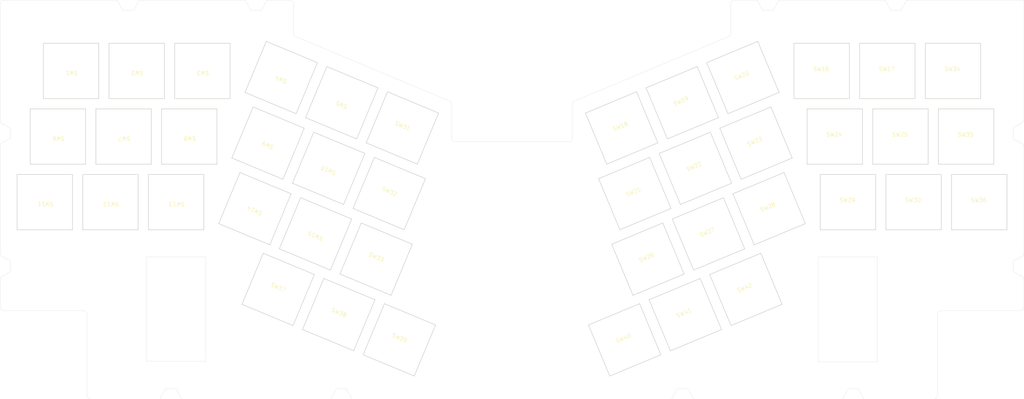
<source format=kicad_pcb>
(kicad_pcb (version 20241229) (generator "pcbnew") (generator_version "9.0")
  (layers (0 "F.Cu" signal) (2 "B.Cu" signal) (13 "F.Paste" user) (15 "B.Paste" user) (5 "F.SilkS" user "F.Silkscreen") (7 "B.SilkS" user "B.Silkscreen") (1 "F.Mask" user) (3 "B.Mask" user) (25 "Edge.Cuts" user))
  (net 0 "")
  (footprint "kicad-lib:SW_Hole_1u_16.6" (layer "F.Cu") (at 245.72 40.94)
    (property "Reference" "SW17" (at -0.15 -0.5 0) (layer "F.SilkS") (effects (font (thickness 0.1))))
    (property "Value" "SW_Push")
    (fp_line (start -7 -7) (end 7 -7) (stroke (width 0.15)) (layer "Edge.Cuts"))
    (fp_line (start -7 7) (end -7 -7) (stroke (width 0.15)) (layer "Edge.Cuts"))
    (fp_line (start 7 -7) (end 7 7) (stroke (width 0.15)) (layer "Edge.Cuts"))
    (fp_line (start 7 7) (end -7 7) (stroke (width 0.15)) (layer "Edge.Cuts"))
  )
  (footprint "kicad-lib:SW_Hole_1u_16.6" (layer "F.Cu") (at 72.56 40.94 180)
    (property "Reference" "SW3" (at -0.15 -0.5 180) (layer "F.SilkS") (effects (font (thickness 0.1))))
    (property "Value" "SW_Push")
    (fp_line (start 7 7) (end -7 7) (stroke (width 0.15)) (layer "Edge.Cuts"))
    (fp_line (start 7 -7) (end 7 7) (stroke (width 0.15)) (layer "Edge.Cuts"))
    (fp_line (start -7 7) (end -7 -7) (stroke (width 0.15)) (layer "Edge.Cuts"))
    (fp_line (start -7 -7) (end 7 -7) (stroke (width 0.15)) (layer "Edge.Cuts"))
  )
  (footprint "kicad-lib:SW_Hole_1u_16.6" (layer "F.Cu") (at 268.96 74.14)
    (property "Reference" "SW36" (at -0.15 -0.5 0) (layer "F.SilkS") (effects (font (thickness 0.1))))
    (property "Value" "SW_Push")
    (fp_line (start -7 -7) (end 7 -7) (stroke (width 0.15)) (layer "Edge.Cuts"))
    (fp_line (start -7 7) (end -7 -7) (stroke (width 0.15)) (layer "Edge.Cuts"))
    (fp_line (start 7 -7) (end 7 7) (stroke (width 0.15)) (layer "Edge.Cuts"))
    (fp_line (start 7 7) (end -7 7) (stroke (width 0.15)) (layer "Edge.Cuts"))
  )
  (footprint "kicad-lib:SW_Hole_1u_16.6" (layer "F.Cu") (at 39.36 40.94 180)
    (property "Reference" "SW1" (at -0.15 -0.5 180) (layer "F.SilkS") (effects (font (thickness 0.1))))
    (property "Value" "SW_Push")
    (fp_line (start 7 7) (end -7 7) (stroke (width 0.15)) (layer "Edge.Cuts"))
    (fp_line (start 7 -7) (end 7 7) (stroke (width 0.15)) (layer "Edge.Cuts"))
    (fp_line (start -7 7) (end -7 -7) (stroke (width 0.15)) (layer "Edge.Cuts"))
    (fp_line (start -7 -7) (end 7 -7) (stroke (width 0.15)) (layer "Edge.Cuts"))
  )
  (footprint "kicad-lib:SW_Hole_1u_16.6" (layer "F.Cu") (at 179.320078 109.000035 22.62)
    (property "Reference" "SW40" (at -0.15 -0.5 22.62) (layer "F.SilkS") (effects (font (thickness 0.1))))
    (property "Value" "SW_Push")
    (fp_line (start -7 -7) (end 7 -7) (stroke (width 0.15)) (layer "Edge.Cuts"))
    (fp_line (start -7 7) (end -7 -7) (stroke (width 0.15)) (layer "Edge.Cuts"))
    (fp_line (start 7 -7) (end 7 7) (stroke (width 0.15)) (layer "Edge.Cuts"))
    (fp_line (start 7 7) (end -7 7) (stroke (width 0.15)) (layer "Edge.Cuts"))
  )
  (footprint "kicad-lib:SW_Hole_1u_16.6" (layer "F.Cu") (at 49.32 74.14 180)
    (property "Reference" "SW12" (at -0.15 -0.5 180) (layer "F.SilkS") (effects (font (thickness 0.1))))
    (property "Value" "SW_Push")
    (fp_line (start 7 7) (end -7 7) (stroke (width 0.15)) (layer "Edge.Cuts"))
    (fp_line (start 7 -7) (end 7 7) (stroke (width 0.15)) (layer "Edge.Cuts"))
    (fp_line (start -7 7) (end -7 -7) (stroke (width 0.15)) (layer "Edge.Cuts"))
    (fp_line (start -7 -7) (end 7 -7) (stroke (width 0.15)) (layer "Edge.Cuts"))
  )
  (footprint "kicad-lib:SW_Hole_1u_16.6" (layer "F.Cu") (at 249.04 57.54)
    (property "Reference" "SW25" (at -0.15 -0.5 0) (layer "F.SilkS") (effects (font (thickness 0.1))))
    (property "Value" "SW_Push")
    (fp_line (start -7 -7) (end 7 -7) (stroke (width 0.15)) (layer "Edge.Cuts"))
    (fp_line (start -7 7) (end -7 -7) (stroke (width 0.15)) (layer "Edge.Cuts"))
    (fp_line (start 7 -7) (end 7 7) (stroke (width 0.15)) (layer "Edge.Cuts"))
    (fp_line (start 7 7) (end -7 7) (stroke (width 0.15)) (layer "Edge.Cuts"))
  )
  (footprint "kicad-lib:SW_Hole_1u_16.6" (layer "F.Cu") (at 104.483101 65.584608 157.38)
    (property "Reference" "SW10" (at -0.15 -0.5 157.38) (layer "F.SilkS") (effects (font (thickness 0.1))))
    (property "Value" "SW_Push")
    (fp_line (start 7 -7) (end 7 7) (stroke (width 0.15)) (layer "Edge.Cuts"))
    (fp_line (start 7 7) (end -7 7) (stroke (width 0.15)) (layer "Edge.Cuts"))
    (fp_line (start -7 -7) (end 7 -7) (stroke (width 0.15)) (layer "Edge.Cuts"))
    (fp_line (start -7 7) (end -7 -7) (stroke (width 0.15)) (layer "Edge.Cuts"))
  )
  (footprint "kicad-lib:SW_Hole_1u_16.6" (layer "F.Cu") (at 32.72 74.14 180)
    (property "Reference" "SW11" (at -0.15 -0.5 180) (layer "F.SilkS") (effects (font (thickness 0.1))))
    (property "Value" "SW_Push")
    (fp_line (start 7 7) (end -7 7) (stroke (width 0.15)) (layer "Edge.Cuts"))
    (fp_line (start 7 -7) (end 7 7) (stroke (width 0.15)) (layer "Edge.Cuts"))
    (fp_line (start -7 7) (end -7 -7) (stroke (width 0.15)) (layer "Edge.Cuts"))
    (fp_line (start -7 -7) (end 7 -7) (stroke (width 0.15)) (layer "Edge.Cuts"))
  )
  (footprint "kicad-lib:SW_Hole_1u_16.6" (layer "F.Cu") (at 265.64 57.54)
    (property "Reference" "SW35" (at -0.15 -0.5 0) (layer "F.SilkS") (effects (font (thickness 0.1))))
    (property "Value" "SW_Push")
    (fp_line (start -7 -7) (end 7 -7) (stroke (width 0.15)) (layer "Edge.Cuts"))
    (fp_line (start -7 7) (end -7 -7) (stroke (width 0.15)) (layer "Edge.Cuts"))
    (fp_line (start 7 -7) (end 7 7) (stroke (width 0.15)) (layer "Edge.Cuts"))
    (fp_line (start 7 7) (end -7 7) (stroke (width 0.15)) (layer "Edge.Cuts"))
  )
  (footprint "kicad-lib:SW_Hole_1u_16.6" (layer "F.Cu") (at 52.64 57.54 180)
    (property "Reference" "SW7" (at -0.15 -0.5 180) (layer "F.SilkS") (effects (font (thickness 0.1))))
    (property "Value" "SW_Push")
    (fp_line (start 7 7) (end -7 7) (stroke (width 0.15)) (layer "Edge.Cuts"))
    (fp_line (start 7 -7) (end 7 7) (stroke (width 0.15)) (layer "Edge.Cuts"))
    (fp_line (start -7 7) (end -7 -7) (stroke (width 0.15)) (layer "Edge.Cuts"))
    (fp_line (start -7 -7) (end 7 -7) (stroke (width 0.15)) (layer "Edge.Cuts"))
  )
  (footprint "kicad-lib:SW_Hole_1u_16.6" (layer "F.Cu") (at 85.84 75.799949 157.38)
    (property "Reference" "SW14" (at -0.15 -0.5 157.38) (layer "F.SilkS") (effects (font (thickness 0.1))))
    (property "Value" "SW_Push")
    (fp_line (start 7 -7) (end 7 7) (stroke (width 0.15)) (layer "Edge.Cuts"))
    (fp_line (start 7 7) (end -7 7) (stroke (width 0.15)) (layer "Edge.Cuts"))
    (fp_line (start -7 -7) (end 7 -7) (stroke (width 0.15)) (layer "Edge.Cuts"))
    (fp_line (start -7 7) (end -7 -7) (stroke (width 0.15)) (layer "Edge.Cuts"))
  )
  (footprint "kicad-lib:SW_Hole_1u_16.6" (layer "F.Cu") (at 91.713798 96.230732 -22.62)
    (property "Reference" "SW37" (at -0.15 -0.5 337.38) (layer "F.SilkS") (effects (font (thickness 0.1))))
    (property "Value" "SW_Push")
    (fp_line (start -7 7) (end -7 -7) (stroke (width 0.15)) (layer "Edge.Cuts"))
    (fp_line (start -7 -7) (end 7 -7) (stroke (width 0.15)) (layer "Edge.Cuts"))
    (fp_line (start 7 7) (end -7 7) (stroke (width 0.15)) (layer "Edge.Cuts"))
    (fp_line (start 7 -7) (end 7 7) (stroke (width 0.15)) (layer "Edge.Cuts"))
  )
  (footprint "kicad-lib:SW_Hole_1u_16.6" (layer "F.Cu") (at 89.160039 59.199957 157.38)
    (property "Reference" "SW9" (at -0.15 -0.5 157.38) (layer "F.SilkS") (effects (font (thickness 0.1))))
    (property "Value" "SW_Push")
    (fp_line (start 7 -7) (end 7 7) (stroke (width 0.15)) (layer "Edge.Cuts"))
    (fp_line (start 7 7) (end -7 7) (stroke (width 0.15)) (layer "Edge.Cuts"))
    (fp_line (start -7 -7) (end 7 -7) (stroke (width 0.15)) (layer "Edge.Cuts"))
    (fp_line (start -7 7) (end -7 -7) (stroke (width 0.15)) (layer "Edge.Cuts"))
  )
  (footprint "kicad-lib:SW_Hole_1u_16.6" (layer "F.Cu") (at 252.36 74.14)
    (property "Reference" "SW30" (at -0.15 -0.5 0) (layer "F.SilkS") (effects (font (thickness 0.1))))
    (property "Value" "SW_Push")
    (fp_line (start -7 -7) (end 7 -7) (stroke (width 0.15)) (layer "Edge.Cuts"))
    (fp_line (start -7 7) (end -7 -7) (stroke (width 0.15)) (layer "Edge.Cuts"))
    (fp_line (start 7 -7) (end 7 7) (stroke (width 0.15)) (layer "Edge.Cuts"))
    (fp_line (start 7 7) (end -7 7) (stroke (width 0.15)) (layer "Edge.Cuts"))
  )
  (footprint "kicad-lib:SW_Hole_1u_16.6" (layer "F.Cu") (at 232.44 57.54)
    (property "Reference" "SW24" (at -0.15 -0.5 0) (layer "F.SilkS") (effects (font (thickness 0.1))))
    (property "Value" "SW_Push")
    (fp_line (start -7 -7) (end 7 -7) (stroke (width 0.15)) (layer "Edge.Cuts"))
    (fp_line (start -7 7) (end -7 -7) (stroke (width 0.15)) (layer "Edge.Cuts"))
    (fp_line (start 7 -7) (end 7 7) (stroke (width 0.15)) (layer "Edge.Cuts"))
    (fp_line (start 7 7) (end -7 7) (stroke (width 0.15)) (layer "Edge.Cuts"))
  )
  (footprint "kicad-lib:SW_Hole_1u_16.6" (layer "F.Cu") (at 197.196899 65.584608 22.62)
    (property "Reference" "SW22" (at -0.15 -0.5 22.62) (layer "F.SilkS") (effects (font (thickness 0.1))))
    (property "Value" "SW_Push")
    (fp_line (start -7 -7) (end 7 -7) (stroke (width 0.15)) (layer "Edge.Cuts"))
    (fp_line (start -7 7) (end -7 -7) (stroke (width 0.15)) (layer "Edge.Cuts"))
    (fp_line (start 7 -7) (end 7 7) (stroke (width 0.15)) (layer "Edge.Cuts"))
    (fp_line (start 7 7) (end -7 7) (stroke (width 0.15)) (layer "Edge.Cuts"))
  )
  (footprint "kicad-lib:SW_Hole_1u_16.6" (layer "F.Cu") (at 200.516938 82.184601 22.62)
    (property "Reference" "SW27" (at -0.15 -0.5 22.62) (layer "F.SilkS") (effects (font (thickness 0.1))))
    (property "Value" "SW_Push")
    (fp_line (start -7 -7) (end 7 -7) (stroke (width 0.15)) (layer "Edge.Cuts"))
    (fp_line (start -7 7) (end -7 -7) (stroke (width 0.15)) (layer "Edge.Cuts"))
    (fp_line (start 7 -7) (end 7 7) (stroke (width 0.15)) (layer "Edge.Cuts"))
    (fp_line (start 7 7) (end -7 7) (stroke (width 0.15)) (layer "Edge.Cuts"))
  )
  (footprint "kicad-lib:SW_Hole_1u_16.6" (layer "F.Cu") (at 107.03686 102.615384 -22.62)
    (property "Reference" "SW38" (at -0.15 -0.5 337.38) (layer "F.SilkS") (effects (font (thickness 0.1))))
    (property "Value" "SW_Push")
    (fp_line (start -7 7) (end -7 -7) (stroke (width 0.15)) (layer "Edge.Cuts"))
    (fp_line (start -7 -7) (end 7 -7) (stroke (width 0.15)) (layer "Edge.Cuts"))
    (fp_line (start 7 7) (end -7 7) (stroke (width 0.15)) (layer "Edge.Cuts"))
    (fp_line (start 7 -7) (end 7 7) (stroke (width 0.15)) (layer "Edge.Cuts"))
  )
  (footprint "kicad-lib:SW_Hole_1u_16.6" (layer "F.Cu") (at 181.873837 71.96926 22.62)
    (property "Reference" "SW21" (at -0.15 -0.5 22.62) (layer "F.SilkS") (effects (font (thickness 0.1))))
    (property "Value" "SW_Push")
    (fp_line (start -7 -7) (end 7 -7) (stroke (width 0.15)) (layer "Edge.Cuts"))
    (fp_line (start -7 7) (end -7 -7) (stroke (width 0.15)) (layer "Edge.Cuts"))
    (fp_line (start 7 -7) (end 7 7) (stroke (width 0.15)) (layer "Edge.Cuts"))
    (fp_line (start 7 7) (end -7 7) (stroke (width 0.15)) (layer "Edge.Cuts"))
  )
  (footprint "kicad-lib:SW_Hole_1u_16.6" (layer "F.Cu") (at 101.163062 82.184601 157.38)
    (property "Reference" "SW15" (at -0.15 -0.5 157.38) (layer "F.SilkS") (effects (font (thickness 0.1))))
    (property "Value" "SW_Push")
    (fp_line (start 7 -7) (end 7 7) (stroke (width 0.15)) (layer "Edge.Cuts"))
    (fp_line (start 7 7) (end -7 7) (stroke (width 0.15)) (layer "Edge.Cuts"))
    (fp_line (start -7 -7) (end 7 -7) (stroke (width 0.15)) (layer "Edge.Cuts"))
    (fp_line (start -7 7) (end -7 -7) (stroke (width 0.15)) (layer "Edge.Cuts"))
  )
  (footprint "kicad-lib:SW_Hole_1u_16.6" (layer "F.Cu") (at 119.806163 71.96926 -22.62)
    (property "Reference" "SW32" (at -0.15 -0.5 337.38) (layer "F.SilkS") (effects (font (thickness 0.1))))
    (property "Value" "SW_Push")
    (fp_line (start -7 7) (end -7 -7) (stroke (width 0.15)) (layer "Edge.Cuts"))
    (fp_line (start -7 -7) (end 7 -7) (stroke (width 0.15)) (layer "Edge.Cuts"))
    (fp_line (start 7 7) (end -7 7) (stroke (width 0.15)) (layer "Edge.Cuts"))
    (fp_line (start 7 -7) (end 7 7) (stroke (width 0.15)) (layer "Edge.Cuts"))
  )
  (footprint "kbd_Hole:m3_Spacer_Hole" (layer "F.Cu") (at 138.84 113.4)
    (property "Reference" "Ref**")
    (property "Value" "Val**")
    (pad "" np_thru_hole circle (at 0 0) (size 6.5 6.5) (drill 6.5) (layers "*.Cu" "*.Mask"))
  )
  (footprint "kicad-lib:SW_Hole_1u_16.6" (layer "F.Cu") (at 92.480078 42.599965 157.38)
    (property "Reference" "SW4" (at -0.15 -0.5 157.38) (layer "F.SilkS") (effects (font (thickness 0.1))))
    (property "Value" "SW_Push")
    (fp_line (start 7 -7) (end 7 7) (stroke (width 0.15)) (layer "Edge.Cuts"))
    (fp_line (start 7 7) (end -7 7) (stroke (width 0.15)) (layer "Edge.Cuts"))
    (fp_line (start -7 -7) (end 7 -7) (stroke (width 0.15)) (layer "Edge.Cuts"))
    (fp_line (start -7 7) (end -7 -7) (stroke (width 0.15)) (layer "Edge.Cuts"))
  )
  (footprint "kicad-lib:SW_Hole_1u_16.6" (layer "F.Cu") (at 262.32 40.94)
    (property "Reference" "SW34" (at -0.15 -0.5 0) (layer "F.SilkS") (effects (font (thickness 0.1))))
    (property "Value" "SW_Push")
    (fp_line (start -7 -7) (end 7 -7) (stroke (width 0.15)) (layer "Edge.Cuts"))
    (fp_line (start -7 7) (end -7 -7) (stroke (width 0.15)) (layer "Edge.Cuts"))
    (fp_line (start 7 -7) (end 7 7) (stroke (width 0.15)) (layer "Edge.Cuts"))
    (fp_line (start 7 7) (end -7 7) (stroke (width 0.15)) (layer "Edge.Cuts"))
  )
  (footprint "kicad-lib:SW_Hole_1u_16.6" (layer "F.Cu") (at 215.84 75.799949 22.62)
    (property "Reference" "SW28" (at -0.15 -0.5 22.62) (layer "F.SilkS") (effects (font (thickness 0.1))))
    (property "Value" "SW_Push")
    (fp_line (start -7 -7) (end 7 -7) (stroke (width 0.15)) (layer "Edge.Cuts"))
    (fp_line (start -7 7) (end -7 -7) (stroke (width 0.15)) (layer "Edge.Cuts"))
    (fp_line (start 7 -7) (end 7 7) (stroke (width 0.15)) (layer "Edge.Cuts"))
    (fp_line (start 7 7) (end -7 7) (stroke (width 0.15)) (layer "Edge.Cuts"))
  )
  (footprint "kicad-lib:SW_Hole_1u_16.6" (layer "F.Cu") (at 185.193876 88.569252 22.62)
    (property "Reference" "SW26" (at -0.15 -0.5 22.62) (layer "F.SilkS") (effects (font (thickness 0.1))))
    (property "Value" "SW_Push")
    (fp_line (start -7 -7) (end 7 -7) (stroke (width 0.15)) (layer "Edge.Cuts"))
    (fp_line (start -7 7) (end -7 -7) (stroke (width 0.15)) (layer "Edge.Cuts"))
    (fp_line (start 7 -7) (end 7 7) (stroke (width 0.15)) (layer "Edge.Cuts"))
    (fp_line (start 7 7) (end -7 7) (stroke (width 0.15)) (layer "Edge.Cuts"))
  )
  (footprint "kicad-lib:SW_Hole_1u_16.6" (layer "F.Cu") (at 194.64314 102.615384 22.62)
    (property "Reference" "SW41" (at -0.15 -0.5 22.62) (layer "F.SilkS") (effects (font (thickness 0.1))))
    (property "Value" "SW_Push")
    (fp_line (start -7 -7) (end 7 -7) (stroke (width 0.15)) (layer "Edge.Cuts"))
    (fp_line (start -7 7) (end -7 -7) (stroke (width 0.15)) (layer "Edge.Cuts"))
    (fp_line (start 7 -7) (end 7 7) (stroke (width 0.15)) (layer "Edge.Cuts"))
    (fp_line (start 7 7) (end -7 7) (stroke (width 0.15)) (layer "Edge.Cuts"))
  )
  (footprint "kicad-lib:SW_Hole_1u_16.6" (layer "F.Cu") (at 209.199922 42.599965 22.62)
    (property "Reference" "SW20" (at -0.15 -0.5 22.62) (layer "F.SilkS") (effects (font (thickness 0.1))))
    (property "Value" "SW_Push")
    (fp_line (start -7 -7) (end 7 -7) (stroke (width 0.15)) (layer "Edge.Cuts"))
    (fp_line (start -7 7) (end -7 -7) (stroke (width 0.15)) (layer "Edge.Cuts"))
    (fp_line (start 7 -7) (end 7 7) (stroke (width 0.15)) (layer "Edge.Cuts"))
    (fp_line (start 7 7) (end -7 7) (stroke (width 0.15)) (layer "Edge.Cuts"))
  )
  (footprint "kicad-lib:SW_Hole_1u_16.6" (layer "F.Cu") (at 235.76 74.14)
    (property "Reference" "SW29" (at -0.15 -0.5 0) (layer "F.SilkS") (effects (font (thickness 0.1))))
    (property "Value" "SW_Push")
    (fp_line (start -7 -7) (end 7 -7) (stroke (width 0.15)) (layer "Edge.Cuts"))
    (fp_line (start -7 7) (end -7 -7) (stroke (width 0.15)) (layer "Edge.Cuts"))
    (fp_line (start 7 -7) (end 7 7) (stroke (width 0.15)) (layer "Edge.Cuts"))
    (fp_line (start 7 7) (end -7 7) (stroke (width 0.15)) (layer "Edge.Cuts"))
  )
  (footprint "kicad-lib:SW_Hole_1u_16.6" (layer "F.Cu") (at 116.486124 88.569252 -22.62)
    (property "Reference" "SW33" (at -0.15 -0.5 337.38) (layer "F.SilkS") (effects (font (thickness 0.1))))
    (property "Value" "SW_Push")
    (fp_line (start -7 7) (end -7 -7) (stroke (width 0.15)) (layer "Edge.Cuts"))
    (fp_line (start -7 -7) (end 7 -7) (stroke (width 0.15)) (layer "Edge.Cuts"))
    (fp_line (start 7 7) (end -7 7) (stroke (width 0.15)) (layer "Edge.Cuts"))
    (fp_line (start 7 -7) (end 7 7) (stroke (width 0.15)) (layer "Edge.Cuts"))
  )
  (footprint "kicad-lib:SW_Hole_1u_16.6" (layer "F.Cu") (at 229.12 40.94)
    (property "Reference" "SW16" (at -0.15 -0.5 0) (layer "F.SilkS") (effects (font (thickness 0.1))))
    (property "Value" "SW_Push")
    (fp_line (start -7 -7) (end 7 -7) (stroke (width 0.15)) (layer "Edge.Cuts"))
    (fp_line (start -7 7) (end -7 -7) (stroke (width 0.15)) (layer "Edge.Cuts"))
    (fp_line (start 7 -7) (end 7 7) (stroke (width 0.15)) (layer "Edge.Cuts"))
    (fp_line (start 7 7) (end -7 7) (stroke (width 0.15)) (layer "Edge.Cuts"))
  )
  (footprint "kbd_Hole:m3_Spacer_Hole" (layer "F.Cu") (at 162.84 113.8)
    (property "Reference" "Ref**")
    (property "Value" "Val**")
    (pad "" np_thru_hole circle (at 0 0) (size 6.5 6.5) (drill 6.5) (layers "*.Cu" "*.Mask"))
  )
  (footprint "kicad-lib:SW_Hole_1u_16.6" (layer "F.Cu") (at 36.04 57.54 180)
    (property "Reference" "SW6" (at -0.15 -0.5 180) (layer "F.SilkS") (effects (font (thickness 0.1))))
    (property "Value" "SW_Push")
    (fp_line (start 7 7) (end -7 7) (stroke (width 0.15)) (layer "Edge.Cuts"))
    (fp_line (start 7 -7) (end 7 7) (stroke (width 0.15)) (layer "Edge.Cuts"))
    (fp_line (start -7 7) (end -7 -7) (stroke (width 0.15)) (layer "Edge.Cuts"))
    (fp_line (start -7 -7) (end 7 -7) (stroke (width 0.15)) (layer "Edge.Cuts"))
  )
  (footprint "kicad-lib:SW_Hole_1u_16.6" (layer "F.Cu") (at 55.96 40.94 180)
    (property "Reference" "SW2" (at -0.15 -0.5 180) (layer "F.SilkS") (effects (font (thickness 0.1))))
    (property "Value" "SW_Push")
    (fp_line (start 7 7) (end -7 7) (stroke (width 0.15)) (layer "Edge.Cuts"))
    (fp_line (start 7 -7) (end 7 7) (stroke (width 0.15)) (layer "Edge.Cuts"))
    (fp_line (start -7 7) (end -7 -7) (stroke (width 0.15)) (layer "Edge.Cuts"))
    (fp_line (start -7 -7) (end 7 -7) (stroke (width 0.15)) (layer "Edge.Cuts"))
  )
  (footprint "kicad-lib:SW_Hole_1u_16.6" (layer "F.Cu") (at 122.359922 109.000035 -22.62)
    (property "Reference" "SW39" (at -0.15 -0.5 337.38) (layer "F.SilkS") (effects (font (thickness 0.1))))
    (property "Value" "SW_Push")
    (fp_line (start -7 7) (end -7 -7) (stroke (width 0.15)) (layer "Edge.Cuts"))
    (fp_line (start -7 -7) (end 7 -7) (stroke (width 0.15)) (layer "Edge.Cuts"))
    (fp_line (start 7 7) (end -7 7) (stroke (width 0.15)) (layer "Edge.Cuts"))
    (fp_line (start 7 -7) (end 7 7) (stroke (width 0.15)) (layer "Edge.Cuts"))
  )
  (footprint "kicad-lib:SW_Hole_1u_16.6" (layer "F.Cu") (at 212.519961 59.199957 22.62)
    (property "Reference" "SW23" (at -0.15 -0.5 22.62) (layer "F.SilkS") (effects (font (thickness 0.1))))
    (property "Value" "SW_Push")
    (fp_line (start -7 -7) (end 7 -7) (stroke (width 0.15)) (layer "Edge.Cuts"))
    (fp_line (start -7 7) (end -7 -7) (stroke (width 0.15)) (layer "Edge.Cuts"))
    (fp_line (start 7 -7) (end 7 7) (stroke (width 0.15)) (layer "Edge.Cuts"))
    (fp_line (start 7 7) (end -7 7) (stroke (width 0.15)) (layer "Edge.Cuts"))
  )
  (footprint "kicad-lib:SW_Hole_1u_16.6" (layer "F.Cu") (at 107.80314 48.984616 157.38)
    (property "Reference" "SW5" (at -0.15 -0.5 157.38) (layer "F.SilkS") (effects (font (thickness 0.1))))
    (property "Value" "SW_Push")
    (fp_line (start 7 -7) (end 7 7) (stroke (width 0.15)) (layer "Edge.Cuts"))
    (fp_line (start 7 7) (end -7 7) (stroke (width 0.15)) (layer "Edge.Cuts"))
    (fp_line (start -7 -7) (end 7 -7) (stroke (width 0.15)) (layer "Edge.Cuts"))
    (fp_line (start -7 7) (end -7 -7) (stroke (width 0.15)) (layer "Edge.Cuts"))
  )
  (footprint "kicad-lib:SW_Hole_1u_16.6" (layer "F.Cu") (at 65.92 74.14 180)
    (property "Reference" "SW13" (at -0.15 -0.5 180) (layer "F.SilkS") (effects (font (thickness 0.1))))
    (property "Value" "SW_Push")
    (fp_line (start 7 7) (end -7 7) (stroke (width 0.15)) (layer "Edge.Cuts"))
    (fp_line (start 7 -7) (end 7 7) (stroke (width 0.15)) (layer "Edge.Cuts"))
    (fp_line (start -7 7) (end -7 -7) (stroke (width 0.15)) (layer "Edge.Cuts"))
    (fp_line (start -7 -7) (end 7 -7) (stroke (width 0.15)) (layer "Edge.Cuts"))
  )
  (footprint "kicad-lib:SW_Hole_1u_16.6" (layer "F.Cu") (at 123.126202 55.369268 -22.62)
    (property "Reference" "SW31" (at -0.15 -0.5 337.38) (layer "F.SilkS") (effects (font (thickness 0.1))))
    (property "Value" "SW_Push")
    (fp_line (start -7 7) (end -7 -7) (stroke (width 0.15)) (layer "Edge.Cuts"))
    (fp_line (start -7 -7) (end 7 -7) (stroke (width 0.15)) (layer "Edge.Cuts"))
    (fp_line (start 7 7) (end -7 7) (stroke (width 0.15)) (layer "Edge.Cuts"))
    (fp_line (start 7 -7) (end 7 7) (stroke (width 0.15)) (layer "Edge.Cuts"))
  )
  (footprint "kicad-lib:SW_Hole_1u_16.6" (layer "F.Cu") (at 178.553798 55.369268 22.62)
    (property "Reference" "SW18" (at -0.15 -0.5 22.62) (layer "F.SilkS") (effects (font (thickness 0.1))))
    (property "Value" "SW_Push")
    (fp_line (start -7 -7) (end 7 -7) (stroke (width 0.15)) (layer "Edge.Cuts"))
    (fp_line (start -7 7) (end -7 -7) (stroke (width 0.15)) (layer "Edge.Cuts"))
    (fp_line (start 7 -7) (end 7 7) (stroke (width 0.15)) (layer "Edge.Cuts"))
    (fp_line (start 7 7) (end -7 7) (stroke (width 0.15)) (layer "Edge.Cuts"))
  )
  (footprint "kicad-lib:SW_Hole_1u_16.6" (layer "F.Cu") (at 69.24 57.54 180)
    (property "Reference" "SW8" (at -0.15 -0.5 180) (layer "F.SilkS") (effects (font (thickness 0.1))))
    (property "Value" "SW_Push")
    (fp_line (start 7 7) (end -7 7) (stroke (width 0.15)) (layer "Edge.Cuts"))
    (fp_line (start 7 -7) (end 7 7) (stroke (width 0.15)) (layer "Edge.Cuts"))
    (fp_line (start -7 7) (end -7 -7) (stroke (width 0.15)) (layer "Edge.Cuts"))
    (fp_line (start -7 -7) (end 7 -7) (stroke (width 0.15)) (layer "Edge.Cuts"))
  )
  (footprint "kicad-lib:SW_Hole_1u_16.6" (layer "F.Cu") (at 209.966202 96.230732 22.62)
    (property "Reference" "SW42" (at -0.15 -0.5 22.62) (layer "F.SilkS") (effects (font (thickness 0.1))))
    (property "Value" "SW_Push")
    (fp_line (start -7 -7) (end 7 -7) (stroke (width 0.15)) (layer "Edge.Cuts"))
    (fp_line (start -7 7) (end -7 -7) (stroke (width 0.15)) (layer "Edge.Cuts"))
    (fp_line (start 7 -7) (end 7 7) (stroke (width 0.15)) (layer "Edge.Cuts"))
    (fp_line (start 7 7) (end -7 7) (stroke (width 0.15)) (layer "Edge.Cuts"))
  )
  (footprint "kicad-lib:SW_Hole_1u_16.6" (layer "F.Cu") (at 193.87686 48.984616 22.62)
    (property "Reference" "SW19" (at -0.15 -0.5 22.62) (layer "F.SilkS") (effects (font (thickness 0.1))))
    (property "Value" "SW_Push")
    (fp_line (start -7 -7) (end 7 -7) (stroke (width 0.15)) (layer "Edge.Cuts"))
    (fp_line (start -7 7) (end -7 -7) (stroke (width 0.15)) (layer "Edge.Cuts"))
    (fp_line (start 7 -7) (end 7 7) (stroke (width 0.15)) (layer "Edge.Cuts"))
    (fp_line (start 7 7) (end -7 7) (stroke (width 0.15)) (layer "Edge.Cuts"))
  )
  (gr_line (start 279.725746 59.318814) (end 277.6 58.2) (stroke (width 0.05)) (layer "Edge.Cuts"))
  (gr_line (start 280.26 100.6) (end 280.26 93.803732) (stroke (width 0.05)) (layer "Edge.Cuts"))
  (gr_line (start 245.2 23) (end 218.3 23) (stroke (width 0.05)) (layer "Edge.Cuts"))
  (gr_arc (start 206.1 24) (mid 206.392893 23.292893) (end 207.1 23) (stroke (width 0.05)) (layer "Edge.Cuts"))
  (gr_line (start 238.4 121.4) (end 239.8 124) (stroke (width 0.05)) (layer "Edge.Cuts"))
  (gr_line (start 24 55.4) (end 24 58) (stroke (width 0.05)) (layer "Edge.Cuts"))
  (gr_line (start 42.4 101.6) (end 22.42 101.6) (stroke (width 0.05)) (layer "Edge.Cuts"))
  (gr_line (start 191.2 124) (end 192.6 121.4) (stroke (width 0.05)) (layer "Edge.Cuts"))
  (gr_line (start 43.4 102.6) (end 43.4 123) (stroke (width 0.05)) (layer "Edge.Cuts"))
  (gr_line (start 24 91.8) (end 21.943058 92.91617) (stroke (width 0.05)) (layer "Edge.Cuts"))
  (gr_arc (start 258.4 102.6) (mid 258.692893 101.892893) (end 259.4 101.6) (stroke (width 0.05)) (layer "Edge.Cuts"))
  (gr_line (start 277.6 55.2) (end 279.725746 54.081186) (stroke (width 0.05)) (layer "Edge.Cuts"))
  (gr_line (start 192.6 121.4) (end 195.4 121.4) (stroke (width 0.05)) (layer "Edge.Cuts"))
  (gr_line (start 280.26 53.196268) (end 280.26 23) (stroke (width 0.05)) (layer "Edge.Cuts"))
  (gr_line (start 67.4 124) (end 104.45 124) (stroke (width 0.05)) (layer "Edge.Cuts"))
  (gr_line (start 21.42 53.404895) (end 21.42 24) (stroke (width 0.05)) (layer "Edge.Cuts"))
  (gr_arc (start 21.42 24) (mid 21.712893 23.292893) (end 22.42 23) (stroke (width 0.05)) (layer "Edge.Cuts"))
  (gr_line (start 24 58) (end 21.943058 59.11617) (stroke (width 0.05)) (layer "Edge.Cuts"))
  (gr_line (start 84.8 25.6) (end 87.5 25.6) (stroke (width 0.05)) (layer "Edge.Cuts"))
  (gr_line (start 51 23) (end 52.4 25.6) (stroke (width 0.05)) (layer "Edge.Cuts"))
  (gr_line (start 212.8 23) (end 207.1 23) (stroke (width 0.05)) (layer "Edge.Cuts"))
  (gr_line (start 87.5 25.6) (end 88.9 23) (stroke (width 0.05)) (layer "Edge.Cuts"))
  (gr_line (start 234.4 124) (end 202.2 124) (stroke (width 0.05)) (layer "Edge.Cuts"))
  (gr_line (start 234.4 124) (end 235.8 121.4) (stroke (width 0.05)) (layer "Edge.Cuts"))
  (gr_line (start 21.9459 87.893946) (end 24 89) (stroke (width 0.05)) (layer "Edge.Cuts"))
  (gr_rect (start 58.4 88) (end 73.4 114.4) (stroke (width 0.05)) (fill no) (layer "Edge.Cuts"))
  (gr_arc (start 279.725746 59.318814) (mid 280.11608 59.686889) (end 280.26 60.203732) (stroke (width 0.05)) (layer "Edge.Cuts"))
  (gr_arc (start 135.293616 48.671319) (mid 135.516418 48.85555) (end 135.6 49.13231) (stroke (width 0.05)) (layer "Edge.Cuts"))
  (gr_arc (start 280.26 100.6) (mid 279.967107 101.307107) (end 279.26 101.6) (stroke (width 0.05)) (layer "Edge.Cuts"))
  (gr_arc (start 94.6 23) (mid 95.307107 23.292893) (end 95.6 24) (stroke (width 0.05)) (layer "Edge.Cuts"))
  (gr_line (start 277.6 91.8) (end 277.6 89) (stroke (width 0.05)) (layer "Edge.Cuts"))
  (gr_line (start 21.420024 87.013475) (end 21.42 60) (stroke (width 0.05)) (layer "Edge.Cuts"))
  (gr_arc (start 44.4 124) (mid 43.692893 123.707107) (end 43.4 123) (stroke (width 0.05)) (layer "Edge.Cuts"))
  (gr_line (start 259.4 101.6) (end 279.26 101.6) (stroke (width 0.05)) (layer "Edge.Cuts"))
  (gr_arc (start 279.725746 92.918814) (mid 280.116068 93.286892) (end 280.26 93.803732) (stroke (width 0.05)) (layer "Edge.Cuts"))
  (gr_line (start 105 124) (end 106.4 121.4) (stroke (width 0.05)) (layer "Edge.Cuts"))
  (gr_line (start 245.2 23) (end 246.6 25.6) (stroke (width 0.05)) (layer "Edge.Cuts"))
  (gr_line (start 246.6 25.6) (end 249.2 25.6) (stroke (width 0.05)) (layer "Edge.Cuts"))
  (gr_line (start 55.2 25.6) (end 56.6 23) (stroke (width 0.05)) (layer "Edge.Cuts"))
  (gr_arc (start 280.26 53.196268) (mid 280.11608 53.713111) (end 279.725746 54.081186) (stroke (width 0.05)) (layer "Edge.Cuts"))
  (gr_line (start 280.259999 86.996268) (end 280.26 60.203732) (stroke (width 0.05)) (layer "Edge.Cuts"))
  (gr_line (start 51 23) (end 22.42 23) (stroke (width 0.05)) (layer "Edge.Cuts"))
  (gr_line (start 109 121.4) (end 110.4 124) (stroke (width 0.05)) (layer "Edge.Cuts"))
  (gr_line (start 214.2 25.6) (end 216.9 25.6) (stroke (width 0.05)) (layer "Edge.Cuts"))
  (gr_line (start 195.4 121.4) (end 196.8 124) (stroke (width 0.05)) (layer "Edge.Cuts"))
  (gr_arc (start 42.4 101.6) (mid 43.107107 101.892893) (end 43.4 102.6) (stroke (width 0.05)) (layer "Edge.Cuts"))
  (gr_arc (start 258.4 123) (mid 258.107107 123.707107) (end 257.4 124) (stroke (width 0.05)) (layer "Edge.Cuts"))
  (gr_line (start 216.9 25.6) (end 218.3 23) (stroke (width 0.05)) (layer "Edge.Cuts"))
  (gr_line (start 24 89) (end 24 91.8) (stroke (width 0.05)) (layer "Edge.Cuts"))
  (gr_line (start 250.6 23) (end 280.26 23) (stroke (width 0.05)) (layer "Edge.Cuts"))
  (gr_line (start 95.906384 32.128681) (end 135.293616 48.671319) (stroke (width 0.05)) (layer "Edge.Cuts"))
  (gr_arc (start 280.26 86.996268) (mid 280.11608 87.513111) (end 279.725746 87.881186) (stroke (width 0.05)) (layer "Edge.Cuts"))
  (gr_arc (start 136.1 58.8) (mid 135.746447 58.653553) (end 135.6 58.3) (stroke (width 0.05)) (layer "Edge.Cuts"))
  (gr_line (start 104.45 124) (end 105 124) (stroke (width 0.05)) (layer "Edge.Cuts"))
  (gr_rect (start 228.2 88) (end 243.2 114.6) (stroke (width 0.05)) (fill no) (layer "Edge.Cuts"))
  (gr_arc (start 21.42 59.995105) (mid 21.560655 59.483704) (end 21.943058 59.11617) (stroke (width 0.05)) (layer "Edge.Cuts"))
  (gr_line (start 135.6 49.13231) (end 135.6 58.3) (stroke (width 0.05)) (layer "Edge.Cuts"))
  (gr_line (start 110.4 124) (end 191.2 124) (stroke (width 0.05)) (layer "Edge.Cuts"))
  (gr_line (start 136.1 58.8) (end 165.6 58.8) (stroke (width 0.05)) (layer "Edge.Cuts"))
  (gr_line (start 63.2 121.4) (end 66 121.4) (stroke (width 0.05)) (layer "Edge.Cuts"))
  (gr_line (start 94.6 23) (end 88.9 23) (stroke (width 0.05)) (layer "Edge.Cuts"))
  (gr_line (start 277.6 89) (end 279.725746 87.881186) (stroke (width 0.05)) (layer "Edge.Cuts"))
  (gr_arc (start 95.906384 32.128681) (mid 95.683582 31.94445) (end 95.6 31.66769) (stroke (width 0.05)) (layer "Edge.Cuts"))
  (gr_line (start 279.725746 92.918814) (end 277.6 91.8) (stroke (width 0.05)) (layer "Edge.Cuts"))
  (gr_line (start 258.4 102.6) (end 258.4 123) (stroke (width 0.05)) (layer "Edge.Cuts"))
  (gr_line (start 21.943058 54.28383) (end 24 55.4) (stroke (width 0.05)) (layer "Edge.Cuts"))
  (gr_line (start 56.6 23) (end 83.4 23) (stroke (width 0.05)) (layer "Edge.Cuts"))
  (gr_arc (start 22.42 101.6) (mid 21.712893 101.307107) (end 21.42 100.6) (stroke (width 0.05)) (layer "Edge.Cuts"))
  (gr_line (start 277.6 58.2) (end 277.6 55.2) (stroke (width 0.05)) (layer "Edge.Cuts"))
  (gr_line (start 239.8 124) (end 257.4 124) (stroke (width 0.05)) (layer "Edge.Cuts"))
  (gr_line (start 235.8 121.4) (end 238.4 121.4) (stroke (width 0.05)) (layer "Edge.Cuts"))
  (gr_line (start 249.2 25.6) (end 250.6 23) (stroke (width 0.05)) (layer "Edge.Cuts"))
  (gr_line (start 206.1 24) (end 206.1 32) (stroke (width 0.05)) (layer "Edge.Cuts"))
  (gr_line (start 83.4 23) (end 84.8 25.6) (stroke (width 0.05)) (layer "Edge.Cuts"))
  (gr_line (start 202.2 124) (end 196.8 124) (stroke (width 0.05)) (layer "Edge.Cuts"))
  (gr_line (start 21.42 93.795105) (end 21.42 100.6) (stroke (width 0.05)) (layer "Edge.Cuts"))
  (gr_line (start 95.6 24) (end 95.6 31.66769) (stroke (width 0.05)) (layer "Edge.Cuts"))
  (gr_arc (start 166.1 58.3) (mid 165.953553 58.653553) (end 165.6 58.8) (stroke (width 0.05)) (layer "Edge.Cuts"))
  (gr_line (start 212.8 23) (end 214.2 25.6) (stroke (width 0.05)) (layer "Edge.Cuts"))
  (gr_line (start 44.4 124) (end 61.8 124) (stroke (width 0.05)) (layer "Edge.Cuts"))
  (gr_line (start 66 121.4) (end 67.4 124) (stroke (width 0.05)) (layer "Edge.Cuts"))
  (gr_line (start 61.8 124) (end 63.2 121.4) (stroke (width 0.05)) (layer "Edge.Cuts"))
  (gr_line (start 106.4 121.4) (end 109 121.4) (stroke (width 0.05)) (layer "Edge.Cuts"))
  (gr_arc (start 21.943058 54.28383) (mid 21.560658 53.916294) (end 21.42 53.404895) (stroke (width 0.05)) (layer "Edge.Cuts"))
  (gr_line (start 52.4 25.6) (end 55.2 25.6) (stroke (width 0.05)) (layer "Edge.Cuts"))
  (gr_line (start 166.1 49.13231) (end 166.1 58.3) (stroke (width 0.05)) (layer "Edge.Cuts"))
  (gr_arc (start 166.1 49.13231) (mid 166.183582 48.85555) (end 166.406384 48.671319) (stroke (width 0.05)) (layer "Edge.Cuts"))
  (gr_arc (start 21.42 93.795105) (mid 21.560655 93.283704) (end 21.943058 92.91617) (stroke (width 0.05)) (layer "Edge.Cuts"))
  (gr_arc (start 21.9459 87.893946) (mid 21.561484 87.526262) (end 21.42 87.013475) (stroke (width 0.05)) (layer "Edge.Cuts"))
  (gr_line (start 206.1 32) (end 166.406384 48.671319) (stroke (width 0.05)) (layer "Edge.Cuts"))
)
</source>
